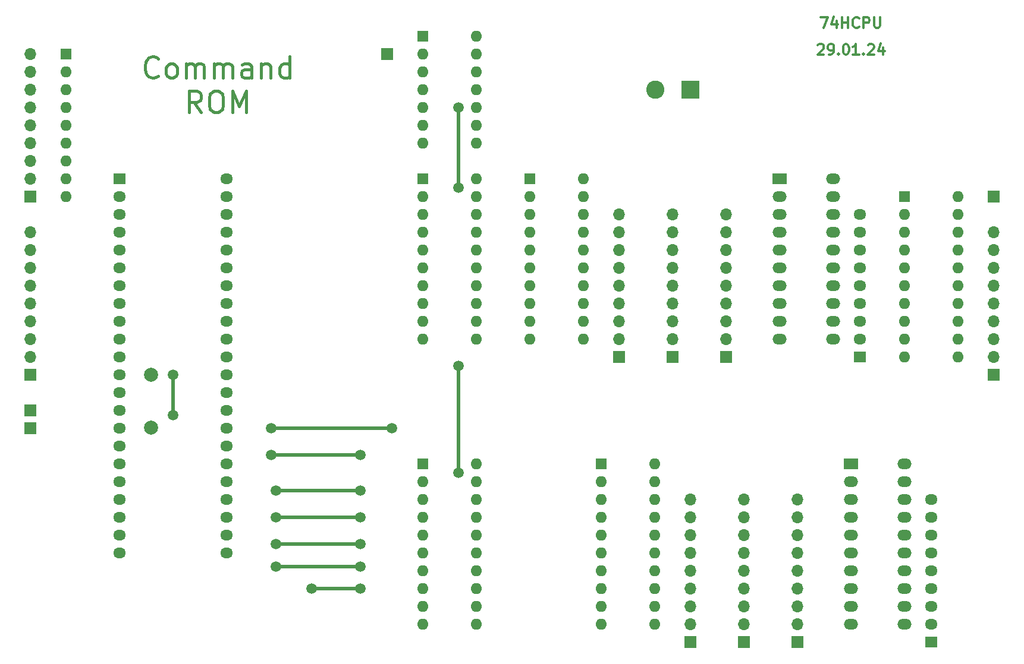
<source format=gbr>
%TF.GenerationSoftware,KiCad,Pcbnew,(5.1.8)-1*%
%TF.CreationDate,2024-01-29T23:39:16+03:00*%
%TF.ProjectId,ROM,524f4d2e-6b69-4636-9164-5f7063625858,rev?*%
%TF.SameCoordinates,Original*%
%TF.FileFunction,Copper,L1,Top*%
%TF.FilePolarity,Positive*%
%FSLAX46Y46*%
G04 Gerber Fmt 4.6, Leading zero omitted, Abs format (unit mm)*
G04 Created by KiCad (PCBNEW (5.1.8)-1) date 2024-01-29 23:39:16*
%MOMM*%
%LPD*%
G01*
G04 APERTURE LIST*
%TA.AperFunction,NonConductor*%
%ADD10C,0.300000*%
%TD*%
%TA.AperFunction,NonConductor*%
%ADD11C,0.400000*%
%TD*%
%TA.AperFunction,ComponentPad*%
%ADD12R,1.700000X1.700000*%
%TD*%
%TA.AperFunction,ComponentPad*%
%ADD13C,2.000000*%
%TD*%
%TA.AperFunction,ComponentPad*%
%ADD14O,1.700000X1.700000*%
%TD*%
%TA.AperFunction,ComponentPad*%
%ADD15O,1.800000X1.500000*%
%TD*%
%TA.AperFunction,ComponentPad*%
%ADD16R,1.800000X1.500000*%
%TD*%
%TA.AperFunction,ComponentPad*%
%ADD17O,2.000000X1.500000*%
%TD*%
%TA.AperFunction,ComponentPad*%
%ADD18R,2.000000X1.500000*%
%TD*%
%TA.AperFunction,ComponentPad*%
%ADD19O,1.600000X1.600000*%
%TD*%
%TA.AperFunction,ComponentPad*%
%ADD20R,1.600000X1.600000*%
%TD*%
%TA.AperFunction,ComponentPad*%
%ADD21C,2.600000*%
%TD*%
%TA.AperFunction,ComponentPad*%
%ADD22R,2.600000X2.600000*%
%TD*%
%TA.AperFunction,ViaPad*%
%ADD23C,1.500000*%
%TD*%
%TA.AperFunction,Conductor*%
%ADD24C,0.500000*%
%TD*%
G04 APERTURE END LIST*
D10*
X127365714Y-21546428D02*
X127437142Y-21475000D01*
X127580000Y-21403571D01*
X127937142Y-21403571D01*
X128080000Y-21475000D01*
X128151428Y-21546428D01*
X128222857Y-21689285D01*
X128222857Y-21832142D01*
X128151428Y-22046428D01*
X127294285Y-22903571D01*
X128222857Y-22903571D01*
X128937142Y-22903571D02*
X129222857Y-22903571D01*
X129365714Y-22832142D01*
X129437142Y-22760714D01*
X129580000Y-22546428D01*
X129651428Y-22260714D01*
X129651428Y-21689285D01*
X129580000Y-21546428D01*
X129508571Y-21475000D01*
X129365714Y-21403571D01*
X129080000Y-21403571D01*
X128937142Y-21475000D01*
X128865714Y-21546428D01*
X128794285Y-21689285D01*
X128794285Y-22046428D01*
X128865714Y-22189285D01*
X128937142Y-22260714D01*
X129080000Y-22332142D01*
X129365714Y-22332142D01*
X129508571Y-22260714D01*
X129580000Y-22189285D01*
X129651428Y-22046428D01*
X130294285Y-22760714D02*
X130365714Y-22832142D01*
X130294285Y-22903571D01*
X130222857Y-22832142D01*
X130294285Y-22760714D01*
X130294285Y-22903571D01*
X131294285Y-21403571D02*
X131437142Y-21403571D01*
X131580000Y-21475000D01*
X131651428Y-21546428D01*
X131722857Y-21689285D01*
X131794285Y-21975000D01*
X131794285Y-22332142D01*
X131722857Y-22617857D01*
X131651428Y-22760714D01*
X131580000Y-22832142D01*
X131437142Y-22903571D01*
X131294285Y-22903571D01*
X131151428Y-22832142D01*
X131080000Y-22760714D01*
X131008571Y-22617857D01*
X130937142Y-22332142D01*
X130937142Y-21975000D01*
X131008571Y-21689285D01*
X131080000Y-21546428D01*
X131151428Y-21475000D01*
X131294285Y-21403571D01*
X133222857Y-22903571D02*
X132365714Y-22903571D01*
X132794285Y-22903571D02*
X132794285Y-21403571D01*
X132651428Y-21617857D01*
X132508571Y-21760714D01*
X132365714Y-21832142D01*
X133865714Y-22760714D02*
X133937142Y-22832142D01*
X133865714Y-22903571D01*
X133794285Y-22832142D01*
X133865714Y-22760714D01*
X133865714Y-22903571D01*
X134508571Y-21546428D02*
X134580000Y-21475000D01*
X134722857Y-21403571D01*
X135080000Y-21403571D01*
X135222857Y-21475000D01*
X135294285Y-21546428D01*
X135365714Y-21689285D01*
X135365714Y-21832142D01*
X135294285Y-22046428D01*
X134437142Y-22903571D01*
X135365714Y-22903571D01*
X136651428Y-21903571D02*
X136651428Y-22903571D01*
X136294285Y-21332142D02*
X135937142Y-22403571D01*
X136865714Y-22403571D01*
X127794285Y-17593571D02*
X128794285Y-17593571D01*
X128151428Y-19093571D01*
X130008571Y-18093571D02*
X130008571Y-19093571D01*
X129651428Y-17522142D02*
X129294285Y-18593571D01*
X130222857Y-18593571D01*
X130794285Y-19093571D02*
X130794285Y-17593571D01*
X130794285Y-18307857D02*
X131651428Y-18307857D01*
X131651428Y-19093571D02*
X131651428Y-17593571D01*
X133222857Y-18950714D02*
X133151428Y-19022142D01*
X132937142Y-19093571D01*
X132794285Y-19093571D01*
X132580000Y-19022142D01*
X132437142Y-18879285D01*
X132365714Y-18736428D01*
X132294285Y-18450714D01*
X132294285Y-18236428D01*
X132365714Y-17950714D01*
X132437142Y-17807857D01*
X132580000Y-17665000D01*
X132794285Y-17593571D01*
X132937142Y-17593571D01*
X133151428Y-17665000D01*
X133222857Y-17736428D01*
X133865714Y-19093571D02*
X133865714Y-17593571D01*
X134437142Y-17593571D01*
X134580000Y-17665000D01*
X134651428Y-17736428D01*
X134722857Y-17879285D01*
X134722857Y-18093571D01*
X134651428Y-18236428D01*
X134580000Y-18307857D01*
X134437142Y-18379285D01*
X133865714Y-18379285D01*
X135365714Y-17593571D02*
X135365714Y-18807857D01*
X135437142Y-18950714D01*
X135508571Y-19022142D01*
X135651428Y-19093571D01*
X135937142Y-19093571D01*
X136080000Y-19022142D01*
X136151428Y-18950714D01*
X136222857Y-18807857D01*
X136222857Y-17593571D01*
D11*
X33410000Y-25926428D02*
X33267142Y-26069285D01*
X32838571Y-26212142D01*
X32552857Y-26212142D01*
X32124285Y-26069285D01*
X31838571Y-25783571D01*
X31695714Y-25497857D01*
X31552857Y-24926428D01*
X31552857Y-24497857D01*
X31695714Y-23926428D01*
X31838571Y-23640714D01*
X32124285Y-23355000D01*
X32552857Y-23212142D01*
X32838571Y-23212142D01*
X33267142Y-23355000D01*
X33410000Y-23497857D01*
X35124285Y-26212142D02*
X34838571Y-26069285D01*
X34695714Y-25926428D01*
X34552857Y-25640714D01*
X34552857Y-24783571D01*
X34695714Y-24497857D01*
X34838571Y-24355000D01*
X35124285Y-24212142D01*
X35552857Y-24212142D01*
X35838571Y-24355000D01*
X35981428Y-24497857D01*
X36124285Y-24783571D01*
X36124285Y-25640714D01*
X35981428Y-25926428D01*
X35838571Y-26069285D01*
X35552857Y-26212142D01*
X35124285Y-26212142D01*
X37410000Y-26212142D02*
X37410000Y-24212142D01*
X37410000Y-24497857D02*
X37552857Y-24355000D01*
X37838571Y-24212142D01*
X38267142Y-24212142D01*
X38552857Y-24355000D01*
X38695714Y-24640714D01*
X38695714Y-26212142D01*
X38695714Y-24640714D02*
X38838571Y-24355000D01*
X39124285Y-24212142D01*
X39552857Y-24212142D01*
X39838571Y-24355000D01*
X39981428Y-24640714D01*
X39981428Y-26212142D01*
X41410000Y-26212142D02*
X41410000Y-24212142D01*
X41410000Y-24497857D02*
X41552857Y-24355000D01*
X41838571Y-24212142D01*
X42267142Y-24212142D01*
X42552857Y-24355000D01*
X42695714Y-24640714D01*
X42695714Y-26212142D01*
X42695714Y-24640714D02*
X42838571Y-24355000D01*
X43124285Y-24212142D01*
X43552857Y-24212142D01*
X43838571Y-24355000D01*
X43981428Y-24640714D01*
X43981428Y-26212142D01*
X46695714Y-26212142D02*
X46695714Y-24640714D01*
X46552857Y-24355000D01*
X46267142Y-24212142D01*
X45695714Y-24212142D01*
X45410000Y-24355000D01*
X46695714Y-26069285D02*
X46410000Y-26212142D01*
X45695714Y-26212142D01*
X45410000Y-26069285D01*
X45267142Y-25783571D01*
X45267142Y-25497857D01*
X45410000Y-25212142D01*
X45695714Y-25069285D01*
X46410000Y-25069285D01*
X46695714Y-24926428D01*
X48124285Y-24212142D02*
X48124285Y-26212142D01*
X48124285Y-24497857D02*
X48267142Y-24355000D01*
X48552857Y-24212142D01*
X48981428Y-24212142D01*
X49267142Y-24355000D01*
X49410000Y-24640714D01*
X49410000Y-26212142D01*
X52124285Y-26212142D02*
X52124285Y-23212142D01*
X52124285Y-26069285D02*
X51838571Y-26212142D01*
X51267142Y-26212142D01*
X50981428Y-26069285D01*
X50838571Y-25926428D01*
X50695714Y-25640714D01*
X50695714Y-24783571D01*
X50838571Y-24497857D01*
X50981428Y-24355000D01*
X51267142Y-24212142D01*
X51838571Y-24212142D01*
X52124285Y-24355000D01*
X39552857Y-31112142D02*
X38552857Y-29683571D01*
X37838571Y-31112142D02*
X37838571Y-28112142D01*
X38981428Y-28112142D01*
X39267142Y-28255000D01*
X39410000Y-28397857D01*
X39552857Y-28683571D01*
X39552857Y-29112142D01*
X39410000Y-29397857D01*
X39267142Y-29540714D01*
X38981428Y-29683571D01*
X37838571Y-29683571D01*
X41410000Y-28112142D02*
X41981428Y-28112142D01*
X42267142Y-28255000D01*
X42552857Y-28540714D01*
X42695714Y-29112142D01*
X42695714Y-30112142D01*
X42552857Y-30683571D01*
X42267142Y-30969285D01*
X41981428Y-31112142D01*
X41410000Y-31112142D01*
X41124285Y-30969285D01*
X40838571Y-30683571D01*
X40695714Y-30112142D01*
X40695714Y-29112142D01*
X40838571Y-28540714D01*
X41124285Y-28255000D01*
X41410000Y-28112142D01*
X43981428Y-31112142D02*
X43981428Y-28112142D01*
X44981428Y-30255000D01*
X45981428Y-28112142D01*
X45981428Y-31112142D01*
D12*
%TO.P,J14,1*%
%TO.N,GND*%
X15240000Y-76200000D03*
%TD*%
D13*
%TO.P,C1,2*%
%TO.N,GND*%
X32385000Y-68580000D03*
%TO.P,C1,1*%
%TO.N,VCC*%
X32385000Y-76080000D03*
%TD*%
D14*
%TO.P,J13,9*%
%TO.N,/CNST7*%
X114300000Y-45720000D03*
%TO.P,J13,8*%
%TO.N,/CNST6*%
X114300000Y-48260000D03*
%TO.P,J13,7*%
%TO.N,/CNST5*%
X114300000Y-50800000D03*
%TO.P,J13,6*%
%TO.N,/CNST4*%
X114300000Y-53340000D03*
%TO.P,J13,5*%
%TO.N,/CNST3*%
X114300000Y-55880000D03*
%TO.P,J13,4*%
%TO.N,/CNST2*%
X114300000Y-58420000D03*
%TO.P,J13,3*%
%TO.N,/CNST1*%
X114300000Y-60960000D03*
%TO.P,J13,2*%
%TO.N,/CNST0*%
X114300000Y-63500000D03*
D12*
%TO.P,J13,1*%
%TO.N,GND*%
X114300000Y-66040000D03*
%TD*%
D15*
%TO.P,RN3,9*%
%TO.N,Net-(BAR2-Pad18)*%
X133350000Y-45720000D03*
%TO.P,RN3,8*%
%TO.N,Net-(BAR2-Pad17)*%
X133350000Y-48260000D03*
%TO.P,RN3,7*%
%TO.N,Net-(BAR2-Pad16)*%
X133350000Y-50800000D03*
%TO.P,RN3,6*%
%TO.N,Net-(BAR2-Pad15)*%
X133350000Y-53340000D03*
%TO.P,RN3,5*%
%TO.N,Net-(BAR2-Pad14)*%
X133350000Y-55880000D03*
%TO.P,RN3,4*%
%TO.N,Net-(BAR2-Pad13)*%
X133350000Y-58420000D03*
%TO.P,RN3,3*%
%TO.N,Net-(BAR2-Pad12)*%
X133350000Y-60960000D03*
%TO.P,RN3,2*%
%TO.N,Net-(BAR2-Pad11)*%
X133350000Y-63500000D03*
D16*
%TO.P,RN3,1*%
%TO.N,GND*%
X133350000Y-66040000D03*
%TD*%
D17*
%TO.P,BAR2,20*%
%TO.N,N/C*%
X129540000Y-40640000D03*
%TO.P,BAR2,19*%
X129540000Y-43180000D03*
%TO.P,BAR2,18*%
%TO.N,Net-(BAR2-Pad18)*%
X129540000Y-45720000D03*
%TO.P,BAR2,17*%
%TO.N,Net-(BAR2-Pad17)*%
X129540000Y-48260000D03*
%TO.P,BAR2,9*%
%TO.N,/CNST1*%
X121920000Y-60960000D03*
%TO.P,BAR2,10*%
%TO.N,/CNST0*%
X121920000Y-63500000D03*
%TO.P,BAR2,11*%
%TO.N,Net-(BAR2-Pad11)*%
X129540000Y-63500000D03*
%TO.P,BAR2,12*%
%TO.N,Net-(BAR2-Pad12)*%
X129540000Y-60960000D03*
%TO.P,BAR2,8*%
%TO.N,/CNST2*%
X121920000Y-58420000D03*
%TO.P,BAR2,7*%
%TO.N,/CNST3*%
X121920000Y-55880000D03*
%TO.P,BAR2,6*%
%TO.N,/CNST4*%
X121920000Y-53340000D03*
%TO.P,BAR2,5*%
%TO.N,/CNST5*%
X121920000Y-50800000D03*
%TO.P,BAR2,16*%
%TO.N,Net-(BAR2-Pad16)*%
X129540000Y-50800000D03*
%TO.P,BAR2,15*%
%TO.N,Net-(BAR2-Pad15)*%
X129540000Y-53340000D03*
%TO.P,BAR2,14*%
%TO.N,Net-(BAR2-Pad14)*%
X129540000Y-55880000D03*
%TO.P,BAR2,13*%
%TO.N,Net-(BAR2-Pad13)*%
X129540000Y-58420000D03*
%TO.P,BAR2,4*%
%TO.N,/CNST6*%
X121920000Y-48260000D03*
%TO.P,BAR2,3*%
%TO.N,/CNST7*%
X121920000Y-45720000D03*
%TO.P,BAR2,2*%
%TO.N,N/C*%
X121920000Y-43180000D03*
D18*
%TO.P,BAR2,1*%
X121920000Y-40640000D03*
%TD*%
D17*
%TO.P,BAR1,20*%
%TO.N,N/C*%
X139700000Y-81280000D03*
%TO.P,BAR1,19*%
X139700000Y-83820000D03*
%TO.P,BAR1,18*%
%TO.N,Net-(BAR1-Pad18)*%
X139700000Y-86360000D03*
%TO.P,BAR1,17*%
%TO.N,Net-(BAR1-Pad17)*%
X139700000Y-88900000D03*
%TO.P,BAR1,9*%
%TO.N,/COP1*%
X132080000Y-101600000D03*
%TO.P,BAR1,10*%
%TO.N,/COP0*%
X132080000Y-104140000D03*
%TO.P,BAR1,11*%
%TO.N,Net-(BAR1-Pad11)*%
X139700000Y-104140000D03*
%TO.P,BAR1,12*%
%TO.N,Net-(BAR1-Pad12)*%
X139700000Y-101600000D03*
%TO.P,BAR1,8*%
%TO.N,/COP2*%
X132080000Y-99060000D03*
%TO.P,BAR1,7*%
%TO.N,/COP3*%
X132080000Y-96520000D03*
%TO.P,BAR1,6*%
%TO.N,/COP4*%
X132080000Y-93980000D03*
%TO.P,BAR1,5*%
%TO.N,/COP5*%
X132080000Y-91440000D03*
%TO.P,BAR1,16*%
%TO.N,Net-(BAR1-Pad16)*%
X139700000Y-91440000D03*
%TO.P,BAR1,15*%
%TO.N,Net-(BAR1-Pad15)*%
X139700000Y-93980000D03*
%TO.P,BAR1,14*%
%TO.N,Net-(BAR1-Pad14)*%
X139700000Y-96520000D03*
%TO.P,BAR1,13*%
%TO.N,Net-(BAR1-Pad13)*%
X139700000Y-99060000D03*
%TO.P,BAR1,4*%
%TO.N,/COP6*%
X132080000Y-88900000D03*
%TO.P,BAR1,3*%
%TO.N,/COP7*%
X132080000Y-86360000D03*
%TO.P,BAR1,2*%
%TO.N,N/C*%
X132080000Y-83820000D03*
D18*
%TO.P,BAR1,1*%
X132080000Y-81280000D03*
%TD*%
D15*
%TO.P,RN2,9*%
%TO.N,Net-(BAR1-Pad18)*%
X143510000Y-86360000D03*
%TO.P,RN2,8*%
%TO.N,Net-(BAR1-Pad17)*%
X143510000Y-88900000D03*
%TO.P,RN2,7*%
%TO.N,Net-(BAR1-Pad16)*%
X143510000Y-91440000D03*
%TO.P,RN2,6*%
%TO.N,Net-(BAR1-Pad15)*%
X143510000Y-93980000D03*
%TO.P,RN2,5*%
%TO.N,Net-(BAR1-Pad14)*%
X143510000Y-96520000D03*
%TO.P,RN2,4*%
%TO.N,Net-(BAR1-Pad13)*%
X143510000Y-99060000D03*
%TO.P,RN2,3*%
%TO.N,Net-(BAR1-Pad12)*%
X143510000Y-101600000D03*
%TO.P,RN2,2*%
%TO.N,Net-(BAR1-Pad11)*%
X143510000Y-104140000D03*
D16*
%TO.P,RN2,1*%
%TO.N,GND*%
X143510000Y-106680000D03*
%TD*%
D19*
%TO.P,RN1,9*%
%TO.N,/A8*%
X20320000Y-43180000D03*
%TO.P,RN1,8*%
%TO.N,/A9*%
X20320000Y-40640000D03*
%TO.P,RN1,7*%
%TO.N,/A10*%
X20320000Y-38100000D03*
%TO.P,RN1,6*%
%TO.N,/A11*%
X20320000Y-35560000D03*
%TO.P,RN1,5*%
%TO.N,/A12*%
X20320000Y-33020000D03*
%TO.P,RN1,4*%
%TO.N,/A13*%
X20320000Y-30480000D03*
%TO.P,RN1,3*%
%TO.N,/A14*%
X20320000Y-27940000D03*
%TO.P,RN1,2*%
%TO.N,/A15*%
X20320000Y-25400000D03*
D20*
%TO.P,RN1,1*%
%TO.N,GND*%
X20320000Y-22860000D03*
%TD*%
D15*
%TO.P,U1,24*%
%TO.N,/D4*%
X43180000Y-91440000D03*
%TO.P,U1,23*%
%TO.N,VCC*%
X43180000Y-93980000D03*
%TO.P,U1,22*%
%TO.N,/D11*%
X27940000Y-93980000D03*
%TO.P,U1,21*%
%TO.N,/D3*%
X27940000Y-91440000D03*
%TO.P,U1,44*%
%TO.N,Net-(R1-Pad1)*%
X43180000Y-40640000D03*
%TO.P,U1,20*%
%TO.N,/D10*%
X27940000Y-88900000D03*
%TO.P,U1,43*%
%TO.N,Net-(R1-Pad1)*%
X43180000Y-43180000D03*
%TO.P,U1,19*%
%TO.N,/D2*%
X27940000Y-86360000D03*
%TO.P,U1,42*%
%TO.N,/A8*%
X43180000Y-45720000D03*
%TO.P,U1,18*%
%TO.N,/D9*%
X27940000Y-83820000D03*
%TO.P,U1,41*%
%TO.N,/A9*%
X43180000Y-48260000D03*
%TO.P,U1,17*%
%TO.N,/D1*%
X27940000Y-81280000D03*
%TO.P,U1,40*%
%TO.N,/A10*%
X43180000Y-50800000D03*
%TO.P,U1,16*%
%TO.N,/D8*%
X27940000Y-78740000D03*
%TO.P,U1,39*%
%TO.N,/A11*%
X43180000Y-53340000D03*
%TO.P,U1,15*%
%TO.N,/D0*%
X27940000Y-76200000D03*
%TO.P,U1,38*%
%TO.N,/A12*%
X43180000Y-55880000D03*
%TO.P,U1,14*%
%TO.N,/~RD*%
X27940000Y-73660000D03*
%TO.P,U1,37*%
%TO.N,/A13*%
X43180000Y-58420000D03*
%TO.P,U1,13*%
%TO.N,GND*%
X27940000Y-71120000D03*
%TO.P,U1,36*%
%TO.N,/A14*%
X43180000Y-60960000D03*
%TO.P,U1,12*%
%TO.N,/~CS*%
X27940000Y-68580000D03*
%TO.P,U1,35*%
%TO.N,/A15*%
X43180000Y-63500000D03*
%TO.P,U1,11*%
%TO.N,/A0*%
X27940000Y-66040000D03*
%TO.P,U1,34*%
%TO.N,GND*%
X43180000Y-66040000D03*
%TO.P,U1,10*%
%TO.N,/A1*%
X27940000Y-63500000D03*
%TO.P,U1,33*%
%TO.N,Net-(R2-Pad1)*%
X43180000Y-68580000D03*
%TO.P,U1,9*%
%TO.N,/A2*%
X27940000Y-60960000D03*
%TO.P,U1,32*%
%TO.N,GND*%
X43180000Y-71120000D03*
%TO.P,U1,8*%
%TO.N,/A3*%
X27940000Y-58420000D03*
%TO.P,U1,31*%
%TO.N,/D15*%
X43180000Y-73660000D03*
%TO.P,U1,7*%
%TO.N,/A4*%
X27940000Y-55880000D03*
%TO.P,U1,30*%
%TO.N,/D7*%
X43180000Y-76200000D03*
%TO.P,U1,6*%
%TO.N,/A5*%
X27940000Y-53340000D03*
%TO.P,U1,29*%
%TO.N,/D14*%
X43180000Y-78740000D03*
%TO.P,U1,5*%
%TO.N,/A6*%
X27940000Y-50800000D03*
%TO.P,U1,28*%
%TO.N,/D6*%
X43180000Y-81280000D03*
%TO.P,U1,4*%
%TO.N,/A7*%
X27940000Y-48260000D03*
%TO.P,U1,27*%
%TO.N,/D13*%
X43180000Y-83820000D03*
%TO.P,U1,3*%
%TO.N,Net-(U1-Pad3)*%
X27940000Y-45720000D03*
%TO.P,U1,26*%
%TO.N,/D5*%
X43180000Y-86360000D03*
%TO.P,U1,2*%
%TO.N,Net-(U1-Pad2)*%
X27940000Y-43180000D03*
%TO.P,U1,25*%
%TO.N,/D12*%
X43180000Y-88900000D03*
D16*
%TO.P,U1,1*%
%TO.N,Net-(U1-Pad1)*%
X27940000Y-40640000D03*
%TD*%
D14*
%TO.P,J12,9*%
%TO.N,GND*%
X15240000Y-22860000D03*
%TO.P,J12,8*%
%TO.N,/A15*%
X15240000Y-25400000D03*
%TO.P,J12,7*%
%TO.N,/A14*%
X15240000Y-27940000D03*
%TO.P,J12,6*%
%TO.N,/A13*%
X15240000Y-30480000D03*
%TO.P,J12,5*%
%TO.N,/A12*%
X15240000Y-33020000D03*
%TO.P,J12,4*%
%TO.N,/A11*%
X15240000Y-35560000D03*
%TO.P,J12,3*%
%TO.N,/A10*%
X15240000Y-38100000D03*
%TO.P,J12,2*%
%TO.N,/A9*%
X15240000Y-40640000D03*
D12*
%TO.P,J12,1*%
%TO.N,/A8*%
X15240000Y-43180000D03*
%TD*%
D14*
%TO.P,J3,9*%
%TO.N,/A7*%
X15240000Y-48260000D03*
%TO.P,J3,8*%
%TO.N,/A6*%
X15240000Y-50800000D03*
%TO.P,J3,7*%
%TO.N,/A5*%
X15240000Y-53340000D03*
%TO.P,J3,6*%
%TO.N,/A4*%
X15240000Y-55880000D03*
%TO.P,J3,5*%
%TO.N,/A3*%
X15240000Y-58420000D03*
%TO.P,J3,4*%
%TO.N,/A2*%
X15240000Y-60960000D03*
%TO.P,J3,3*%
%TO.N,/A1*%
X15240000Y-63500000D03*
%TO.P,J3,2*%
%TO.N,/A0*%
X15240000Y-66040000D03*
D12*
%TO.P,J3,1*%
%TO.N,GND*%
X15240000Y-68580000D03*
%TD*%
%TO.P,J11,1*%
%TO.N,/~LDI*%
X152400000Y-43180000D03*
%TD*%
%TO.P,J10,1*%
%TO.N,/C1*%
X66040000Y-22860000D03*
%TD*%
%TO.P,J9,1*%
%TO.N,/~CS*%
X15240000Y-73660000D03*
%TD*%
D14*
%TO.P,J8,9*%
%TO.N,/CNST7*%
X106680000Y-45720000D03*
%TO.P,J8,8*%
%TO.N,/CNST6*%
X106680000Y-48260000D03*
%TO.P,J8,7*%
%TO.N,/CNST5*%
X106680000Y-50800000D03*
%TO.P,J8,6*%
%TO.N,/CNST4*%
X106680000Y-53340000D03*
%TO.P,J8,5*%
%TO.N,/CNST3*%
X106680000Y-55880000D03*
%TO.P,J8,4*%
%TO.N,/CNST2*%
X106680000Y-58420000D03*
%TO.P,J8,3*%
%TO.N,/CNST1*%
X106680000Y-60960000D03*
%TO.P,J8,2*%
%TO.N,/CNST0*%
X106680000Y-63500000D03*
D12*
%TO.P,J8,1*%
%TO.N,GND*%
X106680000Y-66040000D03*
%TD*%
D14*
%TO.P,J7,9*%
%TO.N,/CNST7*%
X99060000Y-45720000D03*
%TO.P,J7,8*%
%TO.N,/CNST6*%
X99060000Y-48260000D03*
%TO.P,J7,7*%
%TO.N,/CNST5*%
X99060000Y-50800000D03*
%TO.P,J7,6*%
%TO.N,/CNST4*%
X99060000Y-53340000D03*
%TO.P,J7,5*%
%TO.N,/CNST3*%
X99060000Y-55880000D03*
%TO.P,J7,4*%
%TO.N,/CNST2*%
X99060000Y-58420000D03*
%TO.P,J7,3*%
%TO.N,/CNST1*%
X99060000Y-60960000D03*
%TO.P,J7,2*%
%TO.N,/CNST0*%
X99060000Y-63500000D03*
D12*
%TO.P,J7,1*%
%TO.N,GND*%
X99060000Y-66040000D03*
%TD*%
D14*
%TO.P,J6,9*%
%TO.N,/COP7*%
X124460000Y-86360000D03*
%TO.P,J6,8*%
%TO.N,/COP6*%
X124460000Y-88900000D03*
%TO.P,J6,7*%
%TO.N,/COP5*%
X124460000Y-91440000D03*
%TO.P,J6,6*%
%TO.N,/COP4*%
X124460000Y-93980000D03*
%TO.P,J6,5*%
%TO.N,/COP3*%
X124460000Y-96520000D03*
%TO.P,J6,4*%
%TO.N,/COP2*%
X124460000Y-99060000D03*
%TO.P,J6,3*%
%TO.N,/COP1*%
X124460000Y-101600000D03*
%TO.P,J6,2*%
%TO.N,/COP0*%
X124460000Y-104140000D03*
D12*
%TO.P,J6,1*%
%TO.N,GND*%
X124460000Y-106680000D03*
%TD*%
D14*
%TO.P,J5,9*%
%TO.N,/COP7*%
X116840000Y-86360000D03*
%TO.P,J5,8*%
%TO.N,/COP6*%
X116840000Y-88900000D03*
%TO.P,J5,7*%
%TO.N,/COP5*%
X116840000Y-91440000D03*
%TO.P,J5,6*%
%TO.N,/COP4*%
X116840000Y-93980000D03*
%TO.P,J5,5*%
%TO.N,/COP3*%
X116840000Y-96520000D03*
%TO.P,J5,4*%
%TO.N,/COP2*%
X116840000Y-99060000D03*
%TO.P,J5,3*%
%TO.N,/COP1*%
X116840000Y-101600000D03*
%TO.P,J5,2*%
%TO.N,/COP0*%
X116840000Y-104140000D03*
D12*
%TO.P,J5,1*%
%TO.N,GND*%
X116840000Y-106680000D03*
%TD*%
D21*
%TO.P,J4,2*%
%TO.N,GND*%
X104220000Y-27940000D03*
D22*
%TO.P,J4,1*%
%TO.N,Net-(J4-Pad1)*%
X109220000Y-27940000D03*
%TD*%
D14*
%TO.P,J2,9*%
%TO.N,/BUS7*%
X152400000Y-48260000D03*
%TO.P,J2,8*%
%TO.N,/BUS6*%
X152400000Y-50800000D03*
%TO.P,J2,7*%
%TO.N,/BUS5*%
X152400000Y-53340000D03*
%TO.P,J2,6*%
%TO.N,/BUS4*%
X152400000Y-55880000D03*
%TO.P,J2,5*%
%TO.N,/BUS3*%
X152400000Y-58420000D03*
%TO.P,J2,4*%
%TO.N,/BUS2*%
X152400000Y-60960000D03*
%TO.P,J2,3*%
%TO.N,/BUS1*%
X152400000Y-63500000D03*
%TO.P,J2,2*%
%TO.N,/BUS0*%
X152400000Y-66040000D03*
D12*
%TO.P,J2,1*%
%TO.N,GND*%
X152400000Y-68580000D03*
%TD*%
D14*
%TO.P,J1,9*%
%TO.N,/COP7*%
X109220000Y-86360000D03*
%TO.P,J1,8*%
%TO.N,/COP6*%
X109220000Y-88900000D03*
%TO.P,J1,7*%
%TO.N,/COP5*%
X109220000Y-91440000D03*
%TO.P,J1,6*%
%TO.N,/COP4*%
X109220000Y-93980000D03*
%TO.P,J1,5*%
%TO.N,/COP3*%
X109220000Y-96520000D03*
%TO.P,J1,4*%
%TO.N,/COP2*%
X109220000Y-99060000D03*
%TO.P,J1,3*%
%TO.N,/COP1*%
X109220000Y-101600000D03*
%TO.P,J1,2*%
%TO.N,/COP0*%
X109220000Y-104140000D03*
D12*
%TO.P,J1,1*%
%TO.N,GND*%
X109220000Y-106680000D03*
%TD*%
D19*
%TO.P,U7,20*%
%TO.N,VCC*%
X104140000Y-81280000D03*
%TO.P,U7,10*%
%TO.N,GND*%
X96520000Y-104140000D03*
%TO.P,U7,19*%
X104140000Y-83820000D03*
%TO.P,U7,9*%
%TO.N,Net-(U2-Pad12)*%
X96520000Y-101600000D03*
%TO.P,U7,18*%
%TO.N,/COP7*%
X104140000Y-86360000D03*
%TO.P,U7,8*%
%TO.N,Net-(U2-Pad13)*%
X96520000Y-99060000D03*
%TO.P,U7,17*%
%TO.N,/COP6*%
X104140000Y-88900000D03*
%TO.P,U7,7*%
%TO.N,Net-(U2-Pad14)*%
X96520000Y-96520000D03*
%TO.P,U7,16*%
%TO.N,/COP5*%
X104140000Y-91440000D03*
%TO.P,U7,6*%
%TO.N,Net-(U2-Pad15)*%
X96520000Y-93980000D03*
%TO.P,U7,15*%
%TO.N,/COP4*%
X104140000Y-93980000D03*
%TO.P,U7,5*%
%TO.N,Net-(U2-Pad16)*%
X96520000Y-91440000D03*
%TO.P,U7,14*%
%TO.N,/COP3*%
X104140000Y-96520000D03*
%TO.P,U7,4*%
%TO.N,Net-(U2-Pad17)*%
X96520000Y-88900000D03*
%TO.P,U7,13*%
%TO.N,/COP2*%
X104140000Y-99060000D03*
%TO.P,U7,3*%
%TO.N,Net-(U2-Pad18)*%
X96520000Y-86360000D03*
%TO.P,U7,12*%
%TO.N,/COP1*%
X104140000Y-101600000D03*
%TO.P,U7,2*%
%TO.N,Net-(U2-Pad19)*%
X96520000Y-83820000D03*
%TO.P,U7,11*%
%TO.N,/COP0*%
X104140000Y-104140000D03*
D20*
%TO.P,U7,1*%
%TO.N,Net-(R3-Pad1)*%
X96520000Y-81280000D03*
%TD*%
D19*
%TO.P,U6,14*%
%TO.N,VCC*%
X78740000Y-20320000D03*
%TO.P,U6,7*%
%TO.N,GND*%
X71120000Y-35560000D03*
%TO.P,U6,13*%
X78740000Y-22860000D03*
%TO.P,U6,6*%
%TO.N,/~RD*%
X71120000Y-33020000D03*
%TO.P,U6,12*%
%TO.N,GND*%
X78740000Y-25400000D03*
%TO.P,U6,5*%
%TO.N,/LT*%
X71120000Y-30480000D03*
%TO.P,U6,11*%
%TO.N,Net-(U6-Pad11)*%
X78740000Y-27940000D03*
%TO.P,U6,4*%
%TO.N,/LT*%
X71120000Y-27940000D03*
%TO.P,U6,10*%
%TO.N,GND*%
X78740000Y-30480000D03*
%TO.P,U6,3*%
%TO.N,/LT*%
X71120000Y-25400000D03*
%TO.P,U6,9*%
%TO.N,GND*%
X78740000Y-33020000D03*
%TO.P,U6,2*%
%TO.N,/C1*%
X71120000Y-22860000D03*
%TO.P,U6,8*%
%TO.N,Net-(U6-Pad8)*%
X78740000Y-35560000D03*
D20*
%TO.P,U6,1*%
%TO.N,/C1*%
X71120000Y-20320000D03*
%TD*%
D19*
%TO.P,U5,20*%
%TO.N,VCC*%
X147320000Y-43180000D03*
%TO.P,U5,10*%
%TO.N,GND*%
X139700000Y-66040000D03*
%TO.P,U5,19*%
%TO.N,/~LDI*%
X147320000Y-45720000D03*
%TO.P,U5,9*%
%TO.N,/CNST0*%
X139700000Y-63500000D03*
%TO.P,U5,18*%
%TO.N,/BUS7*%
X147320000Y-48260000D03*
%TO.P,U5,8*%
%TO.N,/CNST1*%
X139700000Y-60960000D03*
%TO.P,U5,17*%
%TO.N,/BUS6*%
X147320000Y-50800000D03*
%TO.P,U5,7*%
%TO.N,/CNST2*%
X139700000Y-58420000D03*
%TO.P,U5,16*%
%TO.N,/BUS5*%
X147320000Y-53340000D03*
%TO.P,U5,6*%
%TO.N,/CNST3*%
X139700000Y-55880000D03*
%TO.P,U5,15*%
%TO.N,/BUS4*%
X147320000Y-55880000D03*
%TO.P,U5,5*%
%TO.N,/CNST4*%
X139700000Y-53340000D03*
%TO.P,U5,14*%
%TO.N,/BUS3*%
X147320000Y-58420000D03*
%TO.P,U5,4*%
%TO.N,/CNST5*%
X139700000Y-50800000D03*
%TO.P,U5,13*%
%TO.N,/BUS2*%
X147320000Y-60960000D03*
%TO.P,U5,3*%
%TO.N,/CNST6*%
X139700000Y-48260000D03*
%TO.P,U5,12*%
%TO.N,/BUS1*%
X147320000Y-63500000D03*
%TO.P,U5,2*%
%TO.N,/CNST7*%
X139700000Y-45720000D03*
%TO.P,U5,11*%
%TO.N,/BUS0*%
X147320000Y-66040000D03*
D20*
%TO.P,U5,1*%
%TO.N,Net-(R5-Pad1)*%
X139700000Y-43180000D03*
%TD*%
D19*
%TO.P,U4,20*%
%TO.N,VCC*%
X93980000Y-40640000D03*
%TO.P,U4,10*%
%TO.N,GND*%
X86360000Y-63500000D03*
%TO.P,U4,19*%
X93980000Y-43180000D03*
%TO.P,U4,9*%
%TO.N,Net-(U3-Pad12)*%
X86360000Y-60960000D03*
%TO.P,U4,18*%
%TO.N,/CNST7*%
X93980000Y-45720000D03*
%TO.P,U4,8*%
%TO.N,Net-(U3-Pad13)*%
X86360000Y-58420000D03*
%TO.P,U4,17*%
%TO.N,/CNST6*%
X93980000Y-48260000D03*
%TO.P,U4,7*%
%TO.N,Net-(U3-Pad14)*%
X86360000Y-55880000D03*
%TO.P,U4,16*%
%TO.N,/CNST5*%
X93980000Y-50800000D03*
%TO.P,U4,6*%
%TO.N,Net-(U3-Pad15)*%
X86360000Y-53340000D03*
%TO.P,U4,15*%
%TO.N,/CNST4*%
X93980000Y-53340000D03*
%TO.P,U4,5*%
%TO.N,Net-(U3-Pad16)*%
X86360000Y-50800000D03*
%TO.P,U4,14*%
%TO.N,/CNST3*%
X93980000Y-55880000D03*
%TO.P,U4,4*%
%TO.N,Net-(U3-Pad17)*%
X86360000Y-48260000D03*
%TO.P,U4,13*%
%TO.N,/CNST2*%
X93980000Y-58420000D03*
%TO.P,U4,3*%
%TO.N,Net-(U3-Pad18)*%
X86360000Y-45720000D03*
%TO.P,U4,12*%
%TO.N,/CNST1*%
X93980000Y-60960000D03*
%TO.P,U4,2*%
%TO.N,Net-(U3-Pad19)*%
X86360000Y-43180000D03*
%TO.P,U4,11*%
%TO.N,/CNST0*%
X93980000Y-63500000D03*
D20*
%TO.P,U4,1*%
%TO.N,Net-(R4-Pad1)*%
X86360000Y-40640000D03*
%TD*%
D19*
%TO.P,U3,20*%
%TO.N,VCC*%
X78740000Y-40640000D03*
%TO.P,U3,10*%
%TO.N,GND*%
X71120000Y-63500000D03*
%TO.P,U3,19*%
%TO.N,Net-(U3-Pad19)*%
X78740000Y-43180000D03*
%TO.P,U3,9*%
%TO.N,/D8*%
X71120000Y-60960000D03*
%TO.P,U3,18*%
%TO.N,Net-(U3-Pad18)*%
X78740000Y-45720000D03*
%TO.P,U3,8*%
%TO.N,/D9*%
X71120000Y-58420000D03*
%TO.P,U3,17*%
%TO.N,Net-(U3-Pad17)*%
X78740000Y-48260000D03*
%TO.P,U3,7*%
%TO.N,/D10*%
X71120000Y-55880000D03*
%TO.P,U3,16*%
%TO.N,Net-(U3-Pad16)*%
X78740000Y-50800000D03*
%TO.P,U3,6*%
%TO.N,/D11*%
X71120000Y-53340000D03*
%TO.P,U3,15*%
%TO.N,Net-(U3-Pad15)*%
X78740000Y-53340000D03*
%TO.P,U3,5*%
%TO.N,/D12*%
X71120000Y-50800000D03*
%TO.P,U3,14*%
%TO.N,Net-(U3-Pad14)*%
X78740000Y-55880000D03*
%TO.P,U3,4*%
%TO.N,/D13*%
X71120000Y-48260000D03*
%TO.P,U3,13*%
%TO.N,Net-(U3-Pad13)*%
X78740000Y-58420000D03*
%TO.P,U3,3*%
%TO.N,/D14*%
X71120000Y-45720000D03*
%TO.P,U3,12*%
%TO.N,Net-(U3-Pad12)*%
X78740000Y-60960000D03*
%TO.P,U3,2*%
%TO.N,/D15*%
X71120000Y-43180000D03*
%TO.P,U3,11*%
%TO.N,/LT*%
X78740000Y-63500000D03*
D20*
%TO.P,U3,1*%
%TO.N,GND*%
X71120000Y-40640000D03*
%TD*%
D19*
%TO.P,U2,20*%
%TO.N,VCC*%
X78740000Y-81280000D03*
%TO.P,U2,10*%
%TO.N,GND*%
X71120000Y-104140000D03*
%TO.P,U2,19*%
%TO.N,Net-(U2-Pad19)*%
X78740000Y-83820000D03*
%TO.P,U2,9*%
%TO.N,/D0*%
X71120000Y-101600000D03*
%TO.P,U2,18*%
%TO.N,Net-(U2-Pad18)*%
X78740000Y-86360000D03*
%TO.P,U2,8*%
%TO.N,/D1*%
X71120000Y-99060000D03*
%TO.P,U2,17*%
%TO.N,Net-(U2-Pad17)*%
X78740000Y-88900000D03*
%TO.P,U2,7*%
%TO.N,/D2*%
X71120000Y-96520000D03*
%TO.P,U2,16*%
%TO.N,Net-(U2-Pad16)*%
X78740000Y-91440000D03*
%TO.P,U2,6*%
%TO.N,/D3*%
X71120000Y-93980000D03*
%TO.P,U2,15*%
%TO.N,Net-(U2-Pad15)*%
X78740000Y-93980000D03*
%TO.P,U2,5*%
%TO.N,/D4*%
X71120000Y-91440000D03*
%TO.P,U2,14*%
%TO.N,Net-(U2-Pad14)*%
X78740000Y-96520000D03*
%TO.P,U2,4*%
%TO.N,/D5*%
X71120000Y-88900000D03*
%TO.P,U2,13*%
%TO.N,Net-(U2-Pad13)*%
X78740000Y-99060000D03*
%TO.P,U2,3*%
%TO.N,/D6*%
X71120000Y-86360000D03*
%TO.P,U2,12*%
%TO.N,Net-(U2-Pad12)*%
X78740000Y-101600000D03*
%TO.P,U2,2*%
%TO.N,/D7*%
X71120000Y-83820000D03*
%TO.P,U2,11*%
%TO.N,/LT*%
X78740000Y-104140000D03*
D20*
%TO.P,U2,1*%
%TO.N,GND*%
X71120000Y-81280000D03*
%TD*%
D23*
%TO.N,/D7*%
X49530000Y-80010000D03*
X62230000Y-80010000D03*
%TO.N,/D6*%
X50165000Y-85090000D03*
X62230000Y-85090000D03*
%TO.N,/D5*%
X62230000Y-88900000D03*
X50165000Y-88900000D03*
%TO.N,/D4*%
X50165000Y-92710000D03*
X62230000Y-92710000D03*
%TO.N,VCC*%
X35560000Y-68580000D03*
X35560000Y-74295000D03*
X49530000Y-76200000D03*
X66675000Y-76200000D03*
%TO.N,/D3*%
X50165000Y-95885000D03*
X62230000Y-95885000D03*
%TO.N,/D2*%
X62230000Y-99060000D03*
X55245000Y-99060000D03*
%TO.N,/LT*%
X76200000Y-30480000D03*
X76200000Y-67310000D03*
X76200000Y-41910000D03*
X76200000Y-82550000D03*
%TD*%
D24*
%TO.N,/D7*%
X49530000Y-80010000D02*
X49530000Y-80010000D01*
X49530000Y-80010000D02*
X62230000Y-80010000D01*
X62230000Y-80010000D02*
X62230000Y-80010000D01*
%TO.N,/D6*%
X50165000Y-85090000D02*
X62230000Y-85090000D01*
%TO.N,/D5*%
X50165000Y-88900000D02*
X50165000Y-88900000D01*
X50165000Y-88900000D02*
X62230000Y-88900000D01*
%TO.N,/D4*%
X50165000Y-92710000D02*
X50165000Y-92710000D01*
X62230000Y-92710000D02*
X62230000Y-92710000D01*
X50165000Y-92710000D02*
X62230000Y-92710000D01*
%TO.N,VCC*%
X35560000Y-68580000D02*
X35560000Y-74295000D01*
X49530000Y-76200000D02*
X66675000Y-76200000D01*
X63500000Y-76200000D02*
X63500000Y-76200000D01*
%TO.N,/D3*%
X50165000Y-95885000D02*
X62230000Y-95885000D01*
%TO.N,/D2*%
X55245000Y-99060000D02*
X62230000Y-99060000D01*
%TO.N,/LT*%
X76200000Y-30480000D02*
X76200000Y-35560000D01*
X76200000Y-35560000D02*
X76200000Y-41910000D01*
X76200000Y-67310000D02*
X76200000Y-77470000D01*
X76200000Y-82550000D02*
X76200000Y-77470000D01*
%TD*%
M02*

</source>
